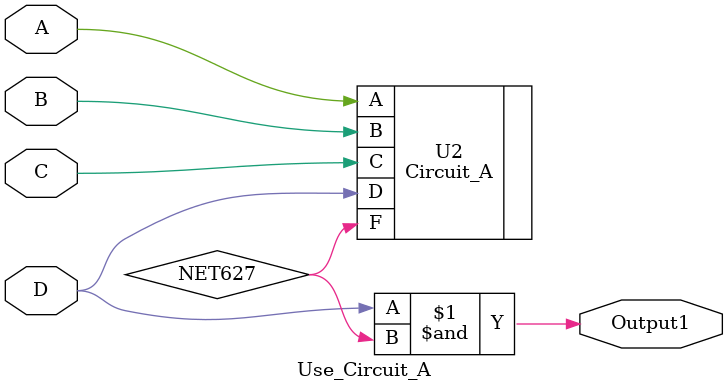
<source format=v>

`ifdef _VCP
`else
`define library(a,b)
`endif


`timescale 1ps / 1ps

module Use_Circuit_A (Output1,A,B,C,D) ;

// ------------ Port declarations --------- //
output Output1;
wire Output1;
input A;
wire A;
input B;
wire B;
input C;
wire C;
input D;
wire D;

// ----------- Signal declarations -------- //
wire NET627;

// -------- Component instantiations -------//

assign Output1 = D & NET627;


Circuit_A U2
(
	.A(A),
	.C(C),
	.D(D),
	.B(B),
	.F(NET627)
);



endmodule 

</source>
